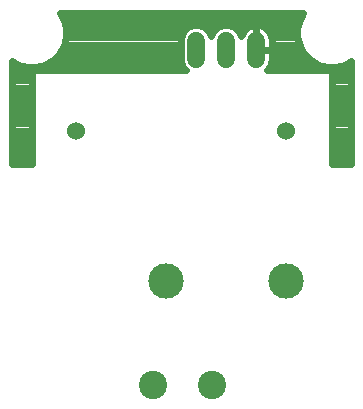
<source format=gbl>
G75*
G70*
%OFA0B0*%
%FSLAX24Y24*%
%IPPOS*%
%LPD*%
%AMOC8*
5,1,8,0,0,1.08239X$1,22.5*
%
%ADD10C,0.0600*%
%ADD11C,0.1181*%
%ADD12C,0.0600*%
%ADD13C,0.0945*%
%ADD14R,0.0396X0.0396*%
%ADD15C,0.0240*%
D10*
X002957Y010651D03*
X009957Y010651D03*
D11*
X009957Y005651D03*
X005957Y005651D03*
D12*
X006952Y013071D02*
X006952Y013671D01*
X007952Y013671D02*
X007952Y013071D01*
X008952Y013071D02*
X008952Y013671D01*
D13*
X005497Y002191D03*
X007465Y002191D03*
D14*
X002742Y013361D03*
D15*
X002543Y013488D02*
X002622Y013780D01*
X002622Y014083D01*
X002543Y014375D01*
X002424Y014581D01*
X010519Y014581D01*
X010400Y014375D01*
X010322Y014083D01*
X010322Y013780D01*
X010400Y013488D01*
X010552Y013225D01*
X010766Y013011D01*
X011028Y012860D01*
X011320Y012781D01*
X011623Y012781D01*
X011916Y012860D01*
X012122Y012979D01*
X012122Y009556D01*
X011472Y009556D01*
X011472Y012681D01*
X009297Y012681D01*
X009348Y012733D01*
X009396Y012799D01*
X009434Y012872D01*
X009459Y012950D01*
X009472Y013030D01*
X009472Y013371D01*
X008952Y013371D01*
X008952Y013372D01*
X008951Y013372D01*
X008951Y014191D01*
X008911Y014191D01*
X008830Y014179D01*
X008752Y014153D01*
X008679Y014116D01*
X008613Y014068D01*
X008555Y014010D01*
X008507Y013944D01*
X008470Y013871D01*
X008453Y013820D01*
X008393Y013966D01*
X008246Y014112D01*
X008055Y014191D01*
X007848Y014191D01*
X007657Y014112D01*
X007511Y013966D01*
X007452Y013823D01*
X007393Y013966D01*
X007246Y014112D01*
X007055Y014191D01*
X006848Y014191D01*
X006657Y014112D01*
X006511Y013966D01*
X006432Y013775D01*
X006432Y012968D01*
X006511Y012777D01*
X006606Y012681D01*
X001472Y012681D01*
X001472Y009556D01*
X000822Y009556D01*
X000822Y012979D01*
X001028Y012860D01*
X001320Y012781D01*
X001623Y012781D01*
X001916Y012860D01*
X002178Y013011D01*
X002392Y013225D01*
X002543Y013488D01*
X002557Y013540D02*
X006432Y013540D01*
X006432Y013301D02*
X002436Y013301D01*
X002229Y013063D02*
X006432Y013063D01*
X006491Y012824D02*
X001783Y012824D01*
X001472Y012586D02*
X000822Y012586D01*
X000822Y012347D02*
X001472Y012347D01*
X001472Y012109D02*
X000822Y012109D01*
X000822Y011870D02*
X001472Y011870D01*
X001472Y011631D02*
X000822Y011631D01*
X000822Y011393D02*
X001472Y011393D01*
X001472Y011154D02*
X000822Y011154D01*
X000822Y010916D02*
X001472Y010916D01*
X001472Y010677D02*
X000822Y010677D01*
X000822Y010439D02*
X001472Y010439D01*
X001472Y010200D02*
X000822Y010200D01*
X000822Y009962D02*
X001472Y009962D01*
X001472Y009723D02*
X000822Y009723D01*
X000822Y012824D02*
X001161Y012824D01*
X002575Y014255D02*
X010368Y014255D01*
X010322Y014017D02*
X009342Y014017D01*
X009348Y014010D02*
X009290Y014068D01*
X009224Y014116D01*
X009151Y014153D01*
X009074Y014179D01*
X008993Y014191D01*
X008952Y014191D01*
X008952Y013372D01*
X009472Y013372D01*
X009472Y013712D01*
X009459Y013793D01*
X009434Y013871D01*
X009396Y013944D01*
X009348Y014010D01*
X009461Y013778D02*
X010322Y013778D01*
X010386Y013540D02*
X009472Y013540D01*
X009472Y013301D02*
X010508Y013301D01*
X010714Y013063D02*
X009472Y013063D01*
X009409Y012824D02*
X011161Y012824D01*
X011472Y012586D02*
X012122Y012586D01*
X012122Y012347D02*
X011472Y012347D01*
X011472Y012109D02*
X012122Y012109D01*
X012122Y011870D02*
X011472Y011870D01*
X011472Y011631D02*
X012122Y011631D01*
X012122Y011393D02*
X011472Y011393D01*
X011472Y011154D02*
X012122Y011154D01*
X012122Y010916D02*
X011472Y010916D01*
X011472Y010677D02*
X012122Y010677D01*
X012122Y010439D02*
X011472Y010439D01*
X011472Y010200D02*
X012122Y010200D01*
X012122Y009962D02*
X011472Y009962D01*
X011472Y009723D02*
X012122Y009723D01*
X012122Y012824D02*
X011783Y012824D01*
X010469Y014494D02*
X002475Y014494D01*
X002622Y014017D02*
X006562Y014017D01*
X006433Y013778D02*
X002621Y013778D01*
X007342Y014017D02*
X007562Y014017D01*
X008342Y014017D02*
X008562Y014017D01*
X008951Y014017D02*
X008952Y014017D01*
X008951Y013778D02*
X008952Y013778D01*
X008951Y013540D02*
X008952Y013540D01*
M02*

</source>
